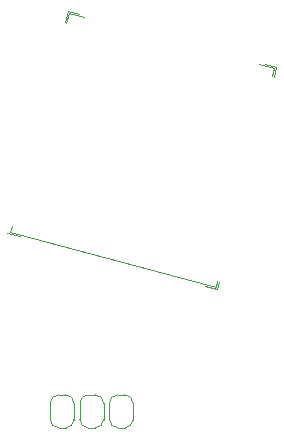
<source format=gbr>
%TF.GenerationSoftware,KiCad,Pcbnew,7.0.8*%
%TF.CreationDate,2024-01-10T09:50:14+01:00*%
%TF.ProjectId,Zoka-MainBoard,5a6f6b61-2d4d-4616-996e-426f6172642e,rev?*%
%TF.SameCoordinates,Original*%
%TF.FileFunction,Legend,Bot*%
%TF.FilePolarity,Positive*%
%FSLAX46Y46*%
G04 Gerber Fmt 4.6, Leading zero omitted, Abs format (unit mm)*
G04 Created by KiCad (PCBNEW 7.0.8) date 2024-01-10 09:50:14*
%MOMM*%
%LPD*%
G01*
G04 APERTURE LIST*
G04 Aperture macros list*
%AMRoundRect*
0 Rectangle with rounded corners*
0 $1 Rounding radius*
0 $2 $3 $4 $5 $6 $7 $8 $9 X,Y pos of 4 corners*
0 Add a 4 corners polygon primitive as box body*
4,1,4,$2,$3,$4,$5,$6,$7,$8,$9,$2,$3,0*
0 Add four circle primitives for the rounded corners*
1,1,$1+$1,$2,$3*
1,1,$1+$1,$4,$5*
1,1,$1+$1,$6,$7*
1,1,$1+$1,$8,$9*
0 Add four rect primitives between the rounded corners*
20,1,$1+$1,$2,$3,$4,$5,0*
20,1,$1+$1,$4,$5,$6,$7,0*
20,1,$1+$1,$6,$7,$8,$9,0*
20,1,$1+$1,$8,$9,$2,$3,0*%
%AMHorizOval*
0 Thick line with rounded ends*
0 $1 width*
0 $2 $3 position (X,Y) of the first rounded end (center of the circle)*
0 $4 $5 position (X,Y) of the second rounded end (center of the circle)*
0 Add line between two ends*
20,1,$1,$2,$3,$4,$5,0*
0 Add two circle primitives to create the rounded ends*
1,1,$1,$2,$3*
1,1,$1,$4,$5*%
%AMRotRect*
0 Rectangle, with rotation*
0 The origin of the aperture is its center*
0 $1 length*
0 $2 width*
0 $3 Rotation angle, in degrees counterclockwise*
0 Add horizontal line*
21,1,$1,$2,0,0,$3*%
%AMFreePoly0*
4,1,19,0.500000,-0.750000,0.000000,-0.750000,0.000000,-0.744911,-0.071157,-0.744911,-0.207708,-0.704816,-0.327430,-0.627875,-0.420627,-0.520320,-0.479746,-0.390866,-0.500000,-0.250000,-0.500000,0.250000,-0.479746,0.390866,-0.420627,0.520320,-0.327430,0.627875,-0.207708,0.704816,-0.071157,0.744911,0.000000,0.744911,0.000000,0.750000,0.500000,0.750000,0.500000,-0.750000,0.500000,-0.750000,
$1*%
%AMFreePoly1*
4,1,19,0.000000,0.744911,0.071157,0.744911,0.207708,0.704816,0.327430,0.627875,0.420627,0.520320,0.479746,0.390866,0.500000,0.250000,0.500000,-0.250000,0.479746,-0.390866,0.420627,-0.520320,0.327430,-0.627875,0.207708,-0.704816,0.071157,-0.744911,0.000000,-0.744911,0.000000,-0.750000,-0.500000,-0.750000,-0.500000,0.750000,0.000000,0.750000,0.000000,0.744911,0.000000,0.744911,
$1*%
G04 Aperture macros list end*
%ADD10C,0.120000*%
%ADD11C,1.200000*%
%ADD12C,0.600000*%
%ADD13HorizOval,1.000000X0.333939X0.220192X-0.333939X-0.220192X0*%
%ADD14HorizOval,1.000000X0.500909X0.330288X-0.500909X-0.330288X0*%
%ADD15C,0.900000*%
%ADD16C,1.500000*%
%ADD17RotRect,1.500000X0.900000X345.000000*%
%ADD18RotRect,1.500000X0.900000X255.000000*%
%ADD19RotRect,1.500000X0.900000X165.000000*%
%ADD20RotRect,0.900000X0.900000X165.000000*%
%ADD21FreePoly0,270.000000*%
%ADD22FreePoly1,270.000000*%
%ADD23RoundRect,0.130000X0.003511X-0.949954X0.871753X-0.377454X-0.003511X0.949954X-0.871753X0.377454X0*%
%ADD24RoundRect,0.130000X0.859467X0.404650X-0.026329X0.949596X-0.859467X-0.404650X0.026329X-0.949596X0*%
G04 APERTURE END LIST*
D10*
%TO.C,U201*%
X147913267Y-99127951D02*
X148975785Y-99412652D01*
X153008534Y-80305338D02*
X152749715Y-81271264D01*
X153008534Y-80305338D02*
X153974460Y-80564157D01*
X153114600Y-80489050D02*
X154370304Y-80825515D01*
X152894604Y-81310087D02*
X153114600Y-80489050D01*
X148145275Y-99034826D02*
X148274684Y-98551863D01*
X170501265Y-85147793D02*
X169197265Y-84798387D01*
X170307151Y-85872237D02*
X170501265Y-85147793D01*
X165531939Y-103693568D02*
X148145275Y-99034826D01*
X165531939Y-103693568D02*
X165661349Y-103210606D01*
X170684977Y-85041727D02*
X169719051Y-84782908D01*
X170452040Y-85911060D02*
X170684977Y-85041727D01*
X165806238Y-103249428D02*
X165638005Y-103877280D01*
X165638005Y-103877280D02*
X164672080Y-103618461D01*
%TO.C,JP401*%
X157843827Y-112815871D02*
X157243827Y-112815871D01*
X156543827Y-113515871D02*
X156543827Y-114915871D01*
X158543827Y-114915871D02*
X158543827Y-113515871D01*
X157243827Y-115615871D02*
X157843827Y-115615871D01*
X158543827Y-113515871D02*
G75*
G03*
X157843827Y-112815871I-699999J1D01*
G01*
X157243827Y-112815871D02*
G75*
G03*
X156543827Y-113515871I-1J-699999D01*
G01*
X157843827Y-115615871D02*
G75*
G03*
X158543827Y-114915871I0J700000D01*
G01*
X156543827Y-114915871D02*
G75*
G03*
X157243827Y-115615871I700000J0D01*
G01*
%TO.C,JP402*%
X155343827Y-112817658D02*
X154743827Y-112817658D01*
X154043827Y-113517658D02*
X154043827Y-114917658D01*
X156043827Y-114917658D02*
X156043827Y-113517658D01*
X154743827Y-115617658D02*
X155343827Y-115617658D01*
X156043827Y-113517658D02*
G75*
G03*
X155343827Y-112817658I-699999J1D01*
G01*
X154743827Y-112817658D02*
G75*
G03*
X154043827Y-113517658I-1J-699999D01*
G01*
X155343827Y-115617658D02*
G75*
G03*
X156043827Y-114917658I0J700000D01*
G01*
X154043827Y-114917658D02*
G75*
G03*
X154743827Y-115617658I700000J0D01*
G01*
%TO.C,JP403*%
X152843827Y-112815870D02*
X152243827Y-112815870D01*
X151543827Y-113515870D02*
X151543827Y-114915870D01*
X153543827Y-114915870D02*
X153543827Y-113515870D01*
X152243827Y-115615870D02*
X152843827Y-115615870D01*
X153543827Y-113515870D02*
G75*
G03*
X152843827Y-112815870I-699999J1D01*
G01*
X152243827Y-112815870D02*
G75*
G03*
X151543827Y-113515870I-1J-699999D01*
G01*
X152843827Y-115615870D02*
G75*
G03*
X153543827Y-114915870I0J700000D01*
G01*
X151543827Y-114915870D02*
G75*
G03*
X152243827Y-115615870I700000J0D01*
G01*
%TD*%
%LPC*%
%TO.C,LOGO101*%
G36*
X163244334Y-75262640D02*
G01*
X163244334Y-75415458D01*
X163051300Y-75415458D01*
X162858266Y-75415458D01*
X162858266Y-76026731D01*
X162858266Y-76638004D01*
X162713491Y-76638004D01*
X162568716Y-76638004D01*
X162568716Y-76026731D01*
X162568716Y-75415458D01*
X162375683Y-75415458D01*
X162182649Y-75415458D01*
X162182649Y-75262640D01*
X162182649Y-75109822D01*
X162713491Y-75109822D01*
X163244334Y-75109822D01*
X163244334Y-75262640D01*
G37*
G36*
X161941357Y-75873913D02*
G01*
X161941357Y-76638004D01*
X161547247Y-76638004D01*
X161153137Y-76638004D01*
X161153137Y-76485186D01*
X161153137Y-76332368D01*
X161394429Y-76332368D01*
X161635721Y-76332368D01*
X161635721Y-76179549D01*
X161635721Y-76026731D01*
X161434644Y-76026731D01*
X161233567Y-76026731D01*
X161233567Y-75873913D01*
X161233567Y-75721095D01*
X161434644Y-75721095D01*
X161635721Y-75721095D01*
X161635721Y-75568276D01*
X161635721Y-75415458D01*
X161410515Y-75415458D01*
X161185309Y-75415458D01*
X161185309Y-75262640D01*
X161185309Y-75109822D01*
X161563333Y-75109822D01*
X161941357Y-75109822D01*
X161941357Y-75873913D01*
G37*
G36*
X164627741Y-75857827D02*
G01*
X164627741Y-76638004D01*
X164475194Y-76638004D01*
X164322647Y-76638004D01*
X164318354Y-76224902D01*
X164314061Y-75811801D01*
X163928323Y-76240989D01*
X163896708Y-76276122D01*
X163792782Y-76390815D01*
X163707668Y-76483222D01*
X163639704Y-76555036D01*
X163587226Y-76607947D01*
X163548569Y-76643646D01*
X163522069Y-76663826D01*
X163506062Y-76670176D01*
X163469539Y-76670176D01*
X163469539Y-75889999D01*
X163469539Y-75109822D01*
X163622095Y-75109822D01*
X163774650Y-75109822D01*
X163778935Y-75538977D01*
X163783219Y-75968133D01*
X164166680Y-75522891D01*
X164269272Y-75404218D01*
X164355650Y-75305444D01*
X164425261Y-75227415D01*
X164480023Y-75168107D01*
X164521854Y-75125498D01*
X164552672Y-75097568D01*
X164574395Y-75082292D01*
X164588941Y-75077650D01*
X164627741Y-75077650D01*
X164627741Y-75857827D01*
G37*
G36*
X168305610Y-75094958D02*
G01*
X168324098Y-75102173D01*
X168347606Y-75118142D01*
X168378828Y-75145441D01*
X168420458Y-75186648D01*
X168475189Y-75244339D01*
X168545716Y-75321090D01*
X168634732Y-75419480D01*
X168638712Y-75423897D01*
X168715981Y-75509381D01*
X168786200Y-75586567D01*
X168846483Y-75652323D01*
X168893947Y-75703517D01*
X168925705Y-75737018D01*
X168938875Y-75749694D01*
X168939242Y-75749702D01*
X168954207Y-75737279D01*
X168987421Y-75704106D01*
X169036036Y-75653201D01*
X169097203Y-75587584D01*
X169168076Y-75510274D01*
X169245806Y-75424291D01*
X169263766Y-75404302D01*
X169348622Y-75310265D01*
X169415501Y-75237264D01*
X169467172Y-75182675D01*
X169506405Y-75143874D01*
X169535968Y-75118238D01*
X169558631Y-75103142D01*
X169577163Y-75095963D01*
X169594334Y-75094077D01*
X169646613Y-75093736D01*
X169646613Y-75865870D01*
X169646613Y-76638004D01*
X169493795Y-76638004D01*
X169340977Y-76638004D01*
X169340326Y-76207700D01*
X169339676Y-75777396D01*
X169143271Y-75983886D01*
X168946867Y-76190376D01*
X168749812Y-75989358D01*
X168552757Y-75788339D01*
X168552757Y-76213171D01*
X168552757Y-76638004D01*
X168399938Y-76638004D01*
X168247120Y-76638004D01*
X168247120Y-75865870D01*
X168247120Y-75093736D01*
X168294196Y-75093736D01*
X168305610Y-75094958D01*
G37*
G36*
X160863586Y-75873913D02*
G01*
X160863586Y-76638004D01*
X160602187Y-76637725D01*
X160567988Y-76637578D01*
X160422210Y-76633645D01*
X160301455Y-76623726D01*
X160200126Y-76606952D01*
X160112628Y-76582453D01*
X160033361Y-76549360D01*
X159953124Y-76501348D01*
X159852683Y-76411901D01*
X159769381Y-76301570D01*
X159705577Y-76175330D01*
X159663630Y-76038154D01*
X159645897Y-75895016D01*
X159647191Y-75873913D01*
X159962763Y-75873913D01*
X159964107Y-75912788D01*
X159986136Y-76031512D01*
X160033340Y-76136415D01*
X160103331Y-76223219D01*
X160193719Y-76287642D01*
X160204570Y-76292989D01*
X160255656Y-76311052D01*
X160320868Y-76322554D01*
X160409153Y-76329221D01*
X160557950Y-76336205D01*
X160557950Y-75873913D01*
X160557950Y-75411621D01*
X160409153Y-75418605D01*
X160369278Y-75421040D01*
X160271719Y-75434517D01*
X160194643Y-75460180D01*
X160130046Y-75501402D01*
X160069924Y-75561554D01*
X160016428Y-75639558D01*
X159976074Y-75748467D01*
X159962763Y-75873913D01*
X159647191Y-75873913D01*
X159654738Y-75750888D01*
X159655545Y-75745955D01*
X159691933Y-75607340D01*
X159751371Y-75477938D01*
X159830119Y-75363230D01*
X159924439Y-75268697D01*
X160030593Y-75199821D01*
X160051345Y-75190039D01*
X160132293Y-75159004D01*
X160222119Y-75136392D01*
X160326554Y-75121304D01*
X160451333Y-75112840D01*
X160602187Y-75110101D01*
X160863586Y-75109822D01*
X160863586Y-75411621D01*
X160863586Y-75873913D01*
G37*
G36*
X165271211Y-75636643D02*
G01*
X165271285Y-75742060D01*
X165271714Y-75868087D01*
X165272678Y-75968016D01*
X165274349Y-76045422D01*
X165276900Y-76103882D01*
X165280505Y-76146970D01*
X165285335Y-76178263D01*
X165291563Y-76201336D01*
X165299362Y-76219765D01*
X165330356Y-76261097D01*
X165387281Y-76305086D01*
X165454451Y-76336406D01*
X165519908Y-76348101D01*
X165559066Y-76343682D01*
X165629499Y-76319572D01*
X165693129Y-76280360D01*
X165737291Y-76232765D01*
X165741464Y-76225693D01*
X165749490Y-76209238D01*
X165755838Y-76189053D01*
X165760705Y-76161583D01*
X165764286Y-76123273D01*
X165766779Y-76070568D01*
X165768380Y-75999912D01*
X165769286Y-75907750D01*
X165769692Y-75790526D01*
X165769796Y-75644686D01*
X165769856Y-75109822D01*
X165923613Y-75109822D01*
X166077370Y-75109822D01*
X166071770Y-75676858D01*
X166070409Y-75804268D01*
X166068634Y-75934135D01*
X166066566Y-76038236D01*
X166064016Y-76120102D01*
X166060797Y-76183260D01*
X166056719Y-76231241D01*
X166051595Y-76267574D01*
X166045235Y-76295787D01*
X166037451Y-76319411D01*
X166013386Y-76371366D01*
X165945414Y-76465312D01*
X165855114Y-76544034D01*
X165748279Y-76603001D01*
X165630703Y-76637677D01*
X165599933Y-76642130D01*
X165476425Y-76643458D01*
X165355240Y-76620584D01*
X165242984Y-76575950D01*
X165146264Y-76511996D01*
X165071688Y-76431163D01*
X165059193Y-76412981D01*
X165036887Y-76378435D01*
X165018855Y-76344845D01*
X165004600Y-76308528D01*
X164993625Y-76265806D01*
X164985435Y-76212996D01*
X164979533Y-76146419D01*
X164975422Y-76062393D01*
X164972607Y-75957237D01*
X164970590Y-75827271D01*
X164968875Y-75668815D01*
X164963318Y-75109822D01*
X165117252Y-75109822D01*
X165271186Y-75109822D01*
X165271211Y-75636643D01*
G37*
G36*
X167334204Y-75106524D02*
G01*
X167339281Y-75107276D01*
X167482314Y-75140570D01*
X167603869Y-75194967D01*
X167708167Y-75272338D01*
X167727458Y-75290759D01*
X167809298Y-75389704D01*
X167865732Y-75501022D01*
X167898414Y-75628868D01*
X167908995Y-75777396D01*
X167908585Y-75799385D01*
X167903392Y-75869954D01*
X167893396Y-75947485D01*
X167880068Y-76024172D01*
X167864878Y-76092208D01*
X167849299Y-76143787D01*
X167834800Y-76171101D01*
X167833970Y-76171645D01*
X167812509Y-76181220D01*
X167765597Y-76200534D01*
X167697161Y-76228057D01*
X167611125Y-76262258D01*
X167511417Y-76301605D01*
X167401962Y-76344567D01*
X167286686Y-76389611D01*
X167169516Y-76435208D01*
X167054376Y-76479824D01*
X166945193Y-76521930D01*
X166845893Y-76559993D01*
X166760402Y-76592482D01*
X166692646Y-76617866D01*
X166646550Y-76634613D01*
X166645839Y-76634862D01*
X166608631Y-76647036D01*
X166586227Y-76652820D01*
X166583463Y-76652858D01*
X166556596Y-76637406D01*
X166523185Y-76598083D01*
X166486910Y-76540629D01*
X166451452Y-76470785D01*
X166420491Y-76394292D01*
X166413761Y-76374836D01*
X166406667Y-76343831D01*
X166415124Y-76326407D01*
X166442179Y-76310832D01*
X166461843Y-76302268D01*
X166510077Y-76283226D01*
X166578119Y-76257472D01*
X166659967Y-76227269D01*
X166749623Y-76194881D01*
X166819206Y-76169743D01*
X166932027Y-76126607D01*
X167019084Y-76087936D01*
X167083682Y-76050497D01*
X167129125Y-76011059D01*
X167158718Y-75966392D01*
X167175764Y-75913263D01*
X167183568Y-75848441D01*
X167185436Y-75768695D01*
X167185377Y-75745526D01*
X167183898Y-75678320D01*
X167179765Y-75635888D01*
X167172091Y-75612436D01*
X167159991Y-75602170D01*
X167155617Y-75601176D01*
X167122937Y-75598379D01*
X167064914Y-75595969D01*
X166986670Y-75594079D01*
X166893327Y-75592847D01*
X166790010Y-75592406D01*
X166750673Y-75592336D01*
X166653210Y-75591525D01*
X166569305Y-75589916D01*
X166503612Y-75587655D01*
X166460784Y-75584885D01*
X166445474Y-75581749D01*
X166447705Y-75571671D01*
X166466582Y-75535848D01*
X166500427Y-75486839D01*
X166544057Y-75431396D01*
X166592295Y-75376273D01*
X166639960Y-75328221D01*
X166739904Y-75249235D01*
X166878207Y-75173266D01*
X167027376Y-75122874D01*
X167181384Y-75099985D01*
X167334204Y-75106524D01*
G37*
%TD*%
D11*
%TO.C,H101*%
X157833956Y-75041091D03*
%TD*%
%TO.C,H104*%
X172776140Y-107701628D03*
%TD*%
D12*
%TO.C,U305*%
X169940888Y-68634951D03*
X168663298Y-67848972D03*
X169040100Y-68667825D03*
X169416902Y-69486678D03*
X168139312Y-68700699D03*
%TD*%
%TO.C,U304*%
X175901996Y-63273893D03*
X177154268Y-62448172D03*
X176252892Y-62443609D03*
X175351516Y-62439046D03*
X176603788Y-61613325D03*
%TD*%
D13*
%TO.C,J201*%
X194930718Y-47662237D03*
D14*
X198270109Y-45460314D03*
D13*
X188743314Y-38278547D03*
D14*
X192082706Y-36076624D03*
%TD*%
D11*
%TO.C,H103*%
X197826506Y-49701445D03*
%TD*%
D15*
%TO.C,SW501*%
X180627296Y-40765425D03*
X177539354Y-43685547D03*
%TD*%
D16*
%TO.C,TP202*%
X171012983Y-83193460D03*
%TD*%
D17*
%TO.C,U201*%
X148694751Y-97950079D03*
X149023451Y-96723353D03*
X149352151Y-95496627D03*
X149680851Y-94269901D03*
X150009551Y-93043175D03*
X150338252Y-91816450D03*
X150666952Y-90589724D03*
X150995652Y-89362998D03*
X151324352Y-88136272D03*
X151653052Y-86909546D03*
X151981753Y-85682821D03*
X152310453Y-84456095D03*
X152639153Y-83229369D03*
X152967853Y-82002643D03*
D18*
X154996236Y-81252052D03*
X156222962Y-81580752D03*
X157449688Y-81909452D03*
X158676413Y-82238152D03*
X159903139Y-82566852D03*
X161129865Y-82895553D03*
X162356591Y-83224253D03*
X163583317Y-83552953D03*
X164810042Y-83881653D03*
X166036768Y-84210353D03*
X167263494Y-84539053D03*
X168490220Y-84867754D03*
D19*
X169871555Y-86531977D03*
X169542855Y-87758702D03*
X169214155Y-88985428D03*
X168885455Y-90212154D03*
X168556754Y-91438880D03*
X168228054Y-92665606D03*
X167899354Y-93892331D03*
X167570654Y-95119057D03*
X167241954Y-96345783D03*
X166913253Y-97572509D03*
X166584553Y-98799235D03*
X166255853Y-100025960D03*
X165927153Y-101252686D03*
X165598453Y-102479412D03*
D20*
X156705846Y-90654927D03*
X156343500Y-92007223D03*
X155981153Y-93359519D03*
X158058143Y-91017273D03*
X157695796Y-92369569D03*
X157333449Y-93721866D03*
X159410439Y-91379620D03*
X159048092Y-92731916D03*
X158685745Y-94084212D03*
%TD*%
D21*
%TO.C,JP401*%
X157543827Y-113565871D03*
D22*
X157543827Y-114865871D03*
%TD*%
D21*
%TO.C,JP402*%
X155043827Y-113567658D03*
D22*
X155043827Y-114867658D03*
%TD*%
D23*
%TO.C,J504*%
X183966913Y-42650473D03*
X185302669Y-41769704D03*
X186638426Y-40888935D03*
X184519075Y-37674771D03*
X183183319Y-38555540D03*
X181847562Y-39436309D03*
%TD*%
D16*
%TO.C,TP201*%
X147637987Y-100943458D03*
%TD*%
D24*
%TO.C,J501*%
X174393098Y-77842261D03*
X173030335Y-77003884D03*
X171667572Y-76165506D03*
X169650226Y-79444655D03*
X171012989Y-80283032D03*
X172375752Y-81121410D03*
%TD*%
D21*
%TO.C,JP403*%
X152543827Y-113565870D03*
D22*
X152543827Y-114865870D03*
%TD*%
%LPD*%
M02*

</source>
